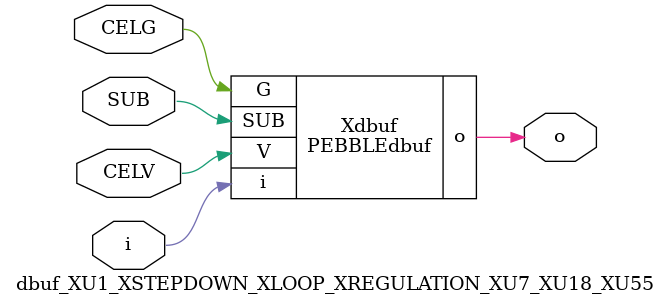
<source format=v>



module PEBBLEdbuf ( o, G, SUB, V, i );

  input V;
  input i;
  input G;
  output o;
  input SUB;
endmodule

//Celera Confidential Do Not Copy dbuf_XU1_XSTEPDOWN_XLOOP_XREGULATION_XU7_XU18_XU55
//Celera Confidential Symbol Generator
//Digital Buffer
module dbuf_XU1_XSTEPDOWN_XLOOP_XREGULATION_XU7_XU18_XU55 (CELV,CELG,i,o,SUB);
input CELV;
input CELG;
input i;
input SUB;
output o;

//Celera Confidential Do Not Copy dbuf
PEBBLEdbuf Xdbuf(
.V (CELV),
.i (i),
.o (o),
.SUB (SUB),
.G (CELG)
);
//,diesize,PEBBLEdbuf

//Celera Confidential Do Not Copy Module End
//Celera Schematic Generator
endmodule

</source>
